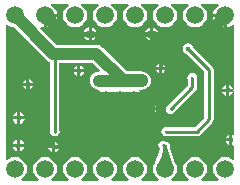
<source format=gbl>
%FSLAX44Y44*%
%MOMM*%
G71*
G01*
G75*
G04 Layer_Physical_Order=2*
G04 Layer_Color=16711680*
%ADD10C,0.2540*%
%ADD11C,1.0000*%
%ADD12R,1.4000X1.1000*%
%ADD13R,1.7000X1.1000*%
%ADD14R,0.5000X0.6000*%
%ADD15R,0.6000X0.5000*%
%ADD16O,1.1500X0.3000*%
%ADD17O,0.3000X1.1500*%
%ADD18R,3.1500X3.1500*%
%ADD19R,0.9000X1.0000*%
%ADD20R,0.9000X1.1000*%
%ADD21C,0.4000*%
%ADD22C,0.3000*%
%ADD23C,1.5000*%
%ADD24C,0.3000*%
%ADD25C,0.4000*%
%ADD26C,0.5000*%
%ADD27C,0.6000*%
%ADD28C,0.6600*%
%ADD29R,6.5500X4.6000*%
G36*
X182796Y150830D02*
X180987Y149442D01*
X179378Y147345D01*
X178366Y144903D01*
X178188Y143552D01*
X188150D01*
Y142284D01*
X189418D01*
Y132322D01*
X190769Y132500D01*
X193211Y133512D01*
X194894Y134803D01*
X196033Y134241D01*
Y79552D01*
X194769Y79427D01*
X194886Y78844D01*
X194769Y78260D01*
X196033Y78136D01*
Y41659D01*
X194913Y41060D01*
X194745Y41172D01*
X194244Y41272D01*
Y36893D01*
Y32519D01*
X194745Y32619D01*
X194913Y32731D01*
X196033Y32132D01*
Y20322D01*
X194894Y19760D01*
X193211Y21051D01*
X190769Y22063D01*
X188148Y22408D01*
X185527Y22063D01*
X183085Y21051D01*
X180987Y19442D01*
X179378Y17345D01*
X178366Y14902D01*
X178021Y12282D01*
X178366Y9661D01*
X179378Y7218D01*
X180987Y5121D01*
X182878Y3670D01*
X182470Y2467D01*
X168426D01*
X168017Y3670D01*
X169908Y5121D01*
X171518Y7218D01*
X172529Y9661D01*
X172875Y12282D01*
X172529Y14902D01*
X171518Y17345D01*
X169908Y19442D01*
X167811Y21051D01*
X165369Y22063D01*
X162748Y22408D01*
X160127Y22063D01*
X157684Y21051D01*
X155587Y19442D01*
X153978Y17345D01*
X152966Y14902D01*
X152621Y12282D01*
X152966Y9661D01*
X153978Y7218D01*
X155587Y5121D01*
X157478Y3670D01*
X157070Y2467D01*
X143026D01*
X142617Y3670D01*
X144508Y5121D01*
X146118Y7218D01*
X147129Y9661D01*
X147474Y12282D01*
X147309Y13542D01*
X147328Y13652D01*
X147245Y14025D01*
X147129Y14902D01*
X146118Y17345D01*
X145897Y17632D01*
X143954Y22042D01*
X141745Y29488D01*
X141977Y30652D01*
X141624Y32424D01*
X140621Y33925D01*
X139119Y34929D01*
X138427Y35066D01*
X138247Y35247D01*
X136987Y36089D01*
X135500Y36385D01*
X134013Y36089D01*
X132753Y35247D01*
X131911Y33987D01*
X131615Y32500D01*
X131911Y31013D01*
X132753Y29753D01*
X132934Y29573D01*
X132950Y29488D01*
X130741Y22042D01*
X128799Y17632D01*
X128578Y17345D01*
X127566Y14902D01*
X127451Y14025D01*
X127368Y13652D01*
X127387Y13542D01*
X127221Y12282D01*
X127566Y9661D01*
X128578Y7218D01*
X130187Y5121D01*
X132078Y3670D01*
X131670Y2467D01*
X117626D01*
X117217Y3670D01*
X119108Y5121D01*
X120718Y7218D01*
X121729Y9661D01*
X122074Y12282D01*
X121729Y14902D01*
X120718Y17345D01*
X119108Y19442D01*
X117011Y21051D01*
X114569Y22063D01*
X111948Y22408D01*
X109327Y22063D01*
X106884Y21051D01*
X104787Y19442D01*
X103178Y17345D01*
X102166Y14902D01*
X101821Y12282D01*
X102166Y9661D01*
X103178Y7218D01*
X104787Y5121D01*
X106678Y3670D01*
X106270Y2467D01*
X92226D01*
X91817Y3670D01*
X93708Y5121D01*
X95318Y7218D01*
X96329Y9661D01*
X96674Y12282D01*
X96329Y14902D01*
X95318Y17345D01*
X93708Y19442D01*
X91611Y21051D01*
X89169Y22063D01*
X86548Y22408D01*
X83927Y22063D01*
X81484Y21051D01*
X79387Y19442D01*
X77778Y17345D01*
X76766Y14902D01*
X76421Y12282D01*
X76766Y9661D01*
X77778Y7218D01*
X79387Y5121D01*
X81278Y3670D01*
X80870Y2467D01*
X66825D01*
X66417Y3670D01*
X68308Y5121D01*
X69918Y7218D01*
X70929Y9661D01*
X71274Y12282D01*
X70929Y14902D01*
X69918Y17345D01*
X68308Y19442D01*
X66211Y21051D01*
X63769Y22063D01*
X61148Y22408D01*
X58527Y22063D01*
X56084Y21051D01*
X53987Y19442D01*
X52378Y17345D01*
X51366Y14902D01*
X51021Y12282D01*
X51366Y9661D01*
X52378Y7218D01*
X53987Y5121D01*
X55878Y3670D01*
X55470Y2467D01*
X41425D01*
X41017Y3670D01*
X42908Y5121D01*
X44518Y7218D01*
X45529Y9661D01*
X45875Y12282D01*
X45529Y14902D01*
X44518Y17345D01*
X42908Y19442D01*
X40811Y21051D01*
X38369Y22063D01*
X35748Y22408D01*
X33127Y22063D01*
X30684Y21051D01*
X28587Y19442D01*
X26978Y17345D01*
X25966Y14902D01*
X25621Y12282D01*
X25966Y9661D01*
X26978Y7218D01*
X28587Y5121D01*
X30478Y3670D01*
X30070Y2467D01*
X16026D01*
X15617Y3670D01*
X17508Y5121D01*
X19118Y7218D01*
X20129Y9661D01*
X20475Y12282D01*
X20129Y14902D01*
X19118Y17345D01*
X17508Y19442D01*
X15411Y21051D01*
X12969Y22063D01*
X10348Y22408D01*
X7727Y22063D01*
X5285Y21051D01*
X3606Y19764D01*
X2467Y20325D01*
Y134238D01*
X3606Y134799D01*
X5285Y133512D01*
X7727Y132500D01*
X9624Y132250D01*
X37502Y104372D01*
X39077Y103164D01*
X39837Y102849D01*
X40133Y102726D01*
Y45090D01*
X39899Y43912D01*
X40212Y42335D01*
X41105Y40999D01*
X42442Y40106D01*
X44018Y39792D01*
X45594Y40106D01*
X46930Y40999D01*
X47823Y42335D01*
X48137Y43912D01*
X47902Y45090D01*
Y102145D01*
X76100D01*
X82305Y95940D01*
X81819Y94767D01*
X81268D01*
X79300Y94508D01*
X77465Y93748D01*
X75890Y92539D01*
X74682Y90964D01*
X73922Y89130D01*
X73663Y87162D01*
X73922Y85193D01*
X74682Y83359D01*
X75890Y81784D01*
X77465Y80575D01*
X79300Y79816D01*
X81268Y79556D01*
X81713D01*
X82312Y78436D01*
X81747Y77590D01*
X81293Y75312D01*
X81747Y73033D01*
X83037Y71101D01*
X84765Y69947D01*
Y68677D01*
X83037Y67522D01*
X81747Y65590D01*
X81293Y63312D01*
X81747Y61033D01*
X83037Y59101D01*
X84765Y57947D01*
Y56677D01*
X83037Y55522D01*
X81747Y53590D01*
X81293Y51312D01*
X81747Y49033D01*
X83037Y47101D01*
X84969Y45810D01*
X87248Y45357D01*
X89527Y45810D01*
X91458Y47101D01*
X92613Y48829D01*
X93883D01*
X95037Y47101D01*
X96969Y45810D01*
X99248Y45357D01*
X101526Y45810D01*
X103458Y47101D01*
X104613Y48829D01*
X105883D01*
X107037Y47101D01*
X108969Y45810D01*
X111248Y45357D01*
X113526Y45810D01*
X115458Y47101D01*
X116749Y49033D01*
X117202Y51312D01*
X116749Y53590D01*
X115458Y55522D01*
X113730Y56677D01*
Y57947D01*
X115458Y59101D01*
X116749Y61033D01*
X117202Y63312D01*
X116749Y65590D01*
X115458Y67522D01*
X113730Y68677D01*
Y69947D01*
X115458Y71101D01*
X116749Y73033D01*
X117202Y75312D01*
X116749Y77590D01*
X115458Y79522D01*
X115469Y79556D01*
X117662D01*
X119630Y79816D01*
X120167Y80038D01*
X121464Y80575D01*
X123039Y81784D01*
X123128Y81872D01*
X123134Y81881D01*
X123142Y81887D01*
X123736Y82666D01*
X124336Y83448D01*
X124340Y83457D01*
X124347Y83465D01*
X124721Y84375D01*
X125096Y85282D01*
X125097Y85292D01*
X125101Y85302D01*
X125227Y86278D01*
X125355Y87250D01*
X125354Y87260D01*
X125355Y87271D01*
X125224Y88245D01*
X125096Y89218D01*
X125092Y89228D01*
X125091Y89238D01*
X124713Y90142D01*
X124336Y91053D01*
X124330Y91061D01*
X124326Y91070D01*
X123726Y91848D01*
X123128Y92628D01*
X123119Y92634D01*
X123113Y92642D01*
X122335Y93236D01*
X121552Y93836D01*
X121543Y93840D01*
X121535Y93847D01*
X120628Y94219D01*
X119718Y94596D01*
X119708Y94597D01*
X119698Y94601D01*
X118721Y94727D01*
X117750Y94855D01*
X117740Y94854D01*
X117729Y94855D01*
X104935Y94820D01*
X84628Y115128D01*
X83053Y116336D01*
X81756Y116873D01*
X81218Y117096D01*
X79250Y117355D01*
X46030D01*
X31601Y131784D01*
X32306Y132840D01*
X33127Y132500D01*
X34478Y132322D01*
Y142284D01*
X35745D01*
Y143552D01*
X45707D01*
X45529Y144903D01*
X44518Y147345D01*
X42908Y149442D01*
X40811Y151052D01*
X41006Y152033D01*
X55388D01*
X55796Y150830D01*
X53987Y149442D01*
X52378Y147345D01*
X51366Y144903D01*
X51021Y142282D01*
X51366Y139661D01*
X52378Y137218D01*
X53987Y135121D01*
X56084Y133512D01*
X58527Y132500D01*
X61148Y132155D01*
X63769Y132500D01*
X66211Y133512D01*
X68308Y135121D01*
X69918Y137218D01*
X70929Y139661D01*
X71274Y142282D01*
X70929Y144903D01*
X69918Y147345D01*
X68308Y149442D01*
X66211Y151052D01*
X66406Y152033D01*
X80788D01*
X81196Y150830D01*
X79387Y149442D01*
X77778Y147345D01*
X76766Y144903D01*
X76421Y142282D01*
X76766Y139661D01*
X77778Y137218D01*
X79387Y135121D01*
X81484Y133512D01*
X83927Y132500D01*
X86548Y132155D01*
X89169Y132500D01*
X91611Y133512D01*
X93708Y135121D01*
X95318Y137218D01*
X96329Y139661D01*
X96674Y142282D01*
X96329Y144903D01*
X95318Y147345D01*
X93708Y149442D01*
X91611Y151052D01*
X91806Y152033D01*
X106188D01*
X106596Y150830D01*
X104787Y149442D01*
X103178Y147345D01*
X102166Y144903D01*
X101821Y142282D01*
X102166Y139661D01*
X103178Y137218D01*
X104787Y135121D01*
X106884Y133512D01*
X109327Y132500D01*
X111948Y132155D01*
X114569Y132500D01*
X117011Y133512D01*
X119108Y135121D01*
X120718Y137218D01*
X121729Y139661D01*
X122074Y142282D01*
X121729Y144903D01*
X120718Y147345D01*
X119108Y149442D01*
X117011Y151052D01*
X117206Y152033D01*
X131588D01*
X131996Y150830D01*
X130187Y149442D01*
X128578Y147345D01*
X127566Y144903D01*
X127221Y142282D01*
X127566Y139661D01*
X128578Y137218D01*
X130187Y135121D01*
X132284Y133512D01*
X134727Y132500D01*
X137348Y132155D01*
X139969Y132500D01*
X142411Y133512D01*
X144508Y135121D01*
X146118Y137218D01*
X147129Y139661D01*
X147474Y142282D01*
X147129Y144903D01*
X146118Y147345D01*
X144508Y149442D01*
X142411Y151052D01*
X142606Y152033D01*
X156988D01*
X157396Y150830D01*
X155587Y149442D01*
X153978Y147345D01*
X152966Y144903D01*
X152621Y142282D01*
X152966Y139661D01*
X153978Y137218D01*
X155587Y135121D01*
X157684Y133512D01*
X160127Y132500D01*
X162748Y132155D01*
X165369Y132500D01*
X167811Y133512D01*
X169908Y135121D01*
X171518Y137218D01*
X172529Y139661D01*
X172875Y142282D01*
X172529Y144903D01*
X171518Y147345D01*
X169908Y149442D01*
X167811Y151052D01*
X168006Y152033D01*
X182388D01*
X182796Y150830D01*
D02*
G37*
%LPC*%
G36*
X124730Y61980D02*
X122134D01*
X122194Y61674D01*
X123087Y60337D01*
X124424Y59444D01*
X124730Y59384D01*
Y61980D01*
D02*
G37*
G36*
X70230Y66980D02*
X67634D01*
X67694Y66674D01*
X68587Y65337D01*
X69924Y64444D01*
X70230Y64384D01*
Y66980D01*
D02*
G37*
G36*
X129867Y61980D02*
X127270D01*
Y59384D01*
X127576Y59444D01*
X128913Y60337D01*
X129806Y61674D01*
X129867Y61980D01*
D02*
G37*
G36*
X12230Y60386D02*
X11533Y60248D01*
X9866Y59134D01*
X8752Y57467D01*
X8614Y56770D01*
X12230D01*
Y60386D01*
D02*
G37*
G36*
X14770D02*
Y56770D01*
X18386D01*
X18248Y57467D01*
X17134Y59134D01*
X15467Y60248D01*
X14770Y60386D01*
D02*
G37*
G36*
X160462Y93593D02*
X158885Y93279D01*
X157549Y92386D01*
X156656Y91050D01*
X156343Y89474D01*
X156577Y88295D01*
Y83071D01*
X140087Y66580D01*
X139087Y65913D01*
X138194Y64576D01*
X137881Y63000D01*
X138194Y61424D01*
X139087Y60087D01*
X140424Y59194D01*
X142000Y58881D01*
X143576Y59194D01*
X144913Y60087D01*
X145580Y61087D01*
X163209Y78715D01*
X164051Y79975D01*
X164347Y81462D01*
X164347Y81462D01*
X164347Y81462D01*
Y81462D01*
Y88295D01*
X164581Y89474D01*
X164267Y91050D01*
X163375Y92386D01*
X162038Y93279D01*
X160462Y93593D01*
D02*
G37*
G36*
X70230Y72116D02*
X69924Y72056D01*
X68587Y71163D01*
X67694Y69826D01*
X67634Y69520D01*
X70230D01*
Y72116D01*
D02*
G37*
G36*
X72770D02*
Y69520D01*
X75367D01*
X75306Y69826D01*
X74413Y71163D01*
X73076Y72056D01*
X72770Y72116D01*
D02*
G37*
G36*
X188986Y77574D02*
X185880D01*
X185979Y77073D01*
X186983Y75571D01*
X188485Y74567D01*
X188986Y74468D01*
Y77574D01*
D02*
G37*
G36*
X75367Y66980D02*
X72770D01*
Y64384D01*
X73076Y64444D01*
X74413Y65337D01*
X75306Y66674D01*
X75367Y66980D01*
D02*
G37*
G36*
X124730Y67116D02*
X124424Y67056D01*
X123087Y66163D01*
X122194Y64826D01*
X122134Y64520D01*
X124730D01*
Y67116D01*
D02*
G37*
G36*
X127270D02*
Y64520D01*
X129867D01*
X129806Y64826D01*
X128913Y66163D01*
X127576Y67056D01*
X127270Y67116D01*
D02*
G37*
G36*
X18386Y54230D02*
X14770D01*
Y50614D01*
X15467Y50752D01*
X17134Y51866D01*
X18248Y53534D01*
X18386Y54230D01*
D02*
G37*
G36*
X18136Y30730D02*
X14520D01*
Y27114D01*
X15216Y27252D01*
X16884Y28366D01*
X17998Y30034D01*
X18136Y30730D01*
D02*
G37*
G36*
X41730Y35376D02*
X41229Y35277D01*
X39727Y34273D01*
X38723Y32771D01*
X38624Y32270D01*
X41730D01*
Y35376D01*
D02*
G37*
G36*
X44270D02*
Y32270D01*
X47376D01*
X47277Y32771D01*
X46273Y34273D01*
X44771Y35277D01*
X44270Y35376D01*
D02*
G37*
G36*
X41730Y29730D02*
X38624D01*
X38723Y29229D01*
X39727Y27727D01*
X41229Y26723D01*
X41730Y26624D01*
Y29730D01*
D02*
G37*
G36*
X47376D02*
X44270D01*
Y26624D01*
X44771Y26723D01*
X46273Y27727D01*
X47277Y29229D01*
X47376Y29730D01*
D02*
G37*
G36*
X11980Y30730D02*
X8364D01*
X8502Y30034D01*
X9616Y28366D01*
X11284Y27252D01*
X11980Y27114D01*
Y30730D01*
D02*
G37*
G36*
X191704Y41272D02*
X191202Y41172D01*
X189701Y40169D01*
X188697Y38667D01*
X188598Y38166D01*
X191704D01*
Y41272D01*
D02*
G37*
G36*
X157018Y118540D02*
X155246Y118188D01*
X153745Y117185D01*
X152741Y115683D01*
X152389Y113912D01*
X152741Y112140D01*
X153745Y110638D01*
X155246Y109635D01*
X155938Y109497D01*
X170615Y94820D01*
Y55859D01*
X162641Y47885D01*
X139608D01*
X138429Y48119D01*
X136853Y47806D01*
X135517Y46913D01*
X134624Y45576D01*
X134310Y44000D01*
X134624Y42424D01*
X135517Y41087D01*
X136853Y40194D01*
X138429Y39881D01*
X139608Y40115D01*
X164250D01*
X165737Y40411D01*
X166997Y41253D01*
X166997Y41253D01*
X166997Y41253D01*
X177247Y51503D01*
X178089Y52763D01*
X178385Y54250D01*
X178385Y54250D01*
X178385Y54250D01*
Y54250D01*
Y96429D01*
X178089Y97916D01*
X177247Y99176D01*
X161432Y114991D01*
X161294Y115683D01*
X160291Y117185D01*
X158789Y118188D01*
X157018Y118540D01*
D02*
G37*
G36*
X12230Y54230D02*
X8614D01*
X8752Y53534D01*
X9866Y51866D01*
X11533Y50752D01*
X12230Y50614D01*
Y54230D01*
D02*
G37*
G36*
X191704Y35626D02*
X188598D01*
X188697Y35124D01*
X189701Y33622D01*
X191202Y32619D01*
X191704Y32519D01*
Y35626D01*
D02*
G37*
G36*
X11980Y36886D02*
X11284Y36748D01*
X9616Y35634D01*
X8502Y33967D01*
X8364Y33270D01*
X11980D01*
Y36886D01*
D02*
G37*
G36*
X14520D02*
Y33270D01*
X18136D01*
X17998Y33967D01*
X16884Y35634D01*
X15216Y36748D01*
X14520Y36886D01*
D02*
G37*
G36*
X79244Y125422D02*
X75118D01*
Y121296D01*
X76009Y121473D01*
X77842Y122697D01*
X79066Y124530D01*
X79244Y125422D01*
D02*
G37*
G36*
X124648Y125422D02*
X120522D01*
X120699Y124530D01*
X121924Y122697D01*
X123756Y121473D01*
X124648Y121296D01*
Y125422D01*
D02*
G37*
G36*
X131314D02*
X127188D01*
Y121296D01*
X128079Y121473D01*
X129912Y122697D01*
X131136Y124530D01*
X131314Y125422D01*
D02*
G37*
G36*
X132498Y101528D02*
X132191Y101467D01*
X130855Y100574D01*
X129962Y99238D01*
X129901Y98932D01*
X132498D01*
Y101528D01*
D02*
G37*
G36*
X135038D02*
Y98932D01*
X137634D01*
X137573Y99238D01*
X136680Y100574D01*
X135344Y101467D01*
X135038Y101528D01*
D02*
G37*
G36*
X72578Y125422D02*
X68452D01*
X68629Y124530D01*
X69854Y122697D01*
X71686Y121473D01*
X72578Y121296D01*
Y125422D01*
D02*
G37*
G36*
X127188Y132087D02*
Y127962D01*
X131314D01*
X131136Y128853D01*
X129912Y130686D01*
X128079Y131910D01*
X127188Y132087D01*
D02*
G37*
G36*
X45707Y141012D02*
X37018D01*
Y132322D01*
X38369Y132500D01*
X40811Y133512D01*
X42908Y135121D01*
X44518Y137218D01*
X45529Y139661D01*
X45707Y141012D01*
D02*
G37*
G36*
X186878D02*
X178188D01*
X178366Y139661D01*
X179378Y137218D01*
X180987Y135121D01*
X183085Y133512D01*
X185527Y132500D01*
X186878Y132322D01*
Y141012D01*
D02*
G37*
G36*
X72578Y132087D02*
X71686Y131910D01*
X69854Y130686D01*
X68629Y128853D01*
X68452Y127962D01*
X72578D01*
Y132087D01*
D02*
G37*
G36*
X75118D02*
Y127962D01*
X79244D01*
X79066Y128853D01*
X77842Y130686D01*
X76009Y131910D01*
X75118Y132087D01*
D02*
G37*
G36*
X124648Y132087D02*
X123756Y131910D01*
X121924Y130686D01*
X120699Y128853D01*
X120522Y127962D01*
X124648D01*
Y132087D01*
D02*
G37*
G36*
X65520Y99876D02*
Y96770D01*
X68626D01*
X68527Y97271D01*
X67523Y98773D01*
X66021Y99777D01*
X65520Y99876D01*
D02*
G37*
G36*
X188986Y83220D02*
X188485Y83121D01*
X186983Y82117D01*
X185979Y80615D01*
X185880Y80114D01*
X188986D01*
Y83220D01*
D02*
G37*
G36*
X191526D02*
Y80114D01*
X194632D01*
X194533Y80615D01*
X193529Y82117D01*
X192027Y83121D01*
X191526Y83220D01*
D02*
G37*
G36*
X19748Y88288D02*
X19246Y88188D01*
X17745Y87185D01*
X16741Y85683D01*
X16641Y85182D01*
X19748D01*
Y88288D01*
D02*
G37*
G36*
X194632Y77574D02*
X191526D01*
Y74468D01*
X192027Y74567D01*
X193529Y75571D01*
X194533Y77073D01*
X194632Y77574D01*
D02*
G37*
G36*
X19748Y82642D02*
X16641D01*
X16741Y82140D01*
X17745Y80638D01*
X19246Y79635D01*
X19748Y79535D01*
Y82642D01*
D02*
G37*
G36*
X25394D02*
X22288D01*
Y79535D01*
X22789Y79635D01*
X24291Y80638D01*
X25294Y82140D01*
X25394Y82642D01*
D02*
G37*
G36*
X132498Y96392D02*
X129901D01*
X129962Y96085D01*
X130855Y94749D01*
X132191Y93856D01*
X132498Y93795D01*
Y96392D01*
D02*
G37*
G36*
X137634D02*
X135038D01*
Y93795D01*
X135344Y93856D01*
X136680Y94749D01*
X137573Y96085D01*
X137634Y96392D01*
D02*
G37*
G36*
X62980Y99876D02*
X62479Y99777D01*
X60977Y98773D01*
X59973Y97271D01*
X59874Y96770D01*
X62980D01*
Y99876D01*
D02*
G37*
G36*
X22288Y88288D02*
Y85182D01*
X25394D01*
X25294Y85683D01*
X24291Y87185D01*
X22789Y88188D01*
X22288Y88288D01*
D02*
G37*
G36*
X62980Y94230D02*
X59874D01*
X59973Y93729D01*
X60977Y92227D01*
X62479Y91223D01*
X62980Y91124D01*
Y94230D01*
D02*
G37*
G36*
X68626D02*
X65520D01*
Y91124D01*
X66021Y91223D01*
X67523Y92227D01*
X68527Y93729D01*
X68626Y94230D01*
D02*
G37*
%LPD*%
D10*
X174500Y54250D02*
Y96429D01*
X157018Y113912D02*
X174500Y96429D01*
X21018Y52982D02*
X43000Y31000D01*
X21018Y52982D02*
Y83912D01*
X137348Y12282D02*
Y30652D01*
X160462Y81462D02*
Y89474D01*
X142000Y63000D02*
X160462Y81462D01*
X133768Y97662D02*
Y118842D01*
X125918Y126692D02*
X133768Y118842D01*
X44018Y43912D02*
Y110000D01*
X137348Y12282D02*
X138618Y13552D01*
X35748Y142282D02*
X51338Y126692D01*
X73848D01*
X73848Y126692D02*
X125918D01*
X73848Y126692D02*
X73848Y126692D01*
X55518Y30662D02*
X72268Y47412D01*
X125918Y126692D02*
X172558D01*
X188148Y142282D01*
X43000Y30662D02*
X55518D01*
X138429Y44000D02*
X164250D01*
X174500Y54250D01*
X135500Y32500D02*
X137348Y30652D01*
X40841Y145869D02*
X48636Y129394D01*
X32160Y137188D02*
X48636Y129394D01*
X38608Y144613D02*
X48636Y129394D01*
X33416Y139422D02*
X48636Y129394D01*
X175260D02*
X191735Y137188D01*
X175260Y129394D02*
X183055Y145869D01*
X175260Y129394D02*
X190480Y139422D01*
X175260Y129394D02*
X185288Y144613D01*
X175260Y129394D02*
X188148Y142282D01*
X131251Y13565D02*
X137348Y27401D01*
X143444Y13565D01*
X133685Y12732D02*
X137348Y27401D01*
X141010Y12732D01*
X137348Y27401D02*
Y30652D01*
X134396Y20701D02*
X137348Y30652D01*
Y27401D02*
Y30652D01*
X135691Y20764D02*
X137348Y30652D01*
X139005Y20764D01*
X137348Y27401D02*
Y30652D01*
X140300Y20701D01*
X137348Y27401D02*
Y30652D01*
X127233Y127816D02*
X133768Y118842D01*
X124794Y125377D02*
X133768Y118842D01*
X126059Y128416D02*
X136538Y126692D01*
X126059Y124967D02*
X136538Y126692D01*
X115298D02*
X125777Y124967D01*
X115298Y126692D02*
X125777Y128416D01*
X63228Y126692D02*
X73707Y124967D01*
X63228Y126692D02*
X73707Y128416D01*
X73989D02*
X84468Y126692D01*
X73989Y124967D02*
X84468Y126692D01*
X73848Y126692D02*
X84468Y126692D01*
X43000Y31000D02*
X52640Y30662D01*
X35612Y38388D02*
X43000Y31000D01*
D11*
X79250Y109750D02*
X100500Y88500D01*
X42879Y109750D02*
X79250D01*
X10348Y142282D02*
X42879Y109750D01*
X81268Y87162D02*
X117662D01*
X117750Y87250D01*
X85249Y87162D02*
X117750Y87250D01*
D23*
X10348Y12282D02*
D03*
X35748D02*
D03*
X61148D02*
D03*
X86548D02*
D03*
X111948D02*
D03*
X137348D02*
D03*
X162748D02*
D03*
X188148D02*
D03*
Y142282D02*
D03*
X137348D02*
D03*
X111948D02*
D03*
X86548D02*
D03*
X61148D02*
D03*
X35748D02*
D03*
X10348D02*
D03*
X162748D02*
D03*
D24*
X126000Y63250D02*
D03*
X71500Y68250D02*
D03*
X142000Y63000D02*
D03*
X133768Y97662D02*
D03*
X160462Y89474D02*
D03*
X44018Y43912D02*
D03*
X138429Y44000D02*
D03*
D25*
X43000Y31000D02*
D03*
X64250Y95500D02*
D03*
X190256Y78844D02*
D03*
X192974Y36896D02*
D03*
X157018Y113912D02*
D03*
X21018Y83912D02*
D03*
X137348Y30652D02*
D03*
D26*
X117750Y87250D02*
D03*
X81268Y87162D02*
D03*
X13250Y32000D02*
D03*
X13500Y55500D02*
D03*
D27*
X73848Y126692D02*
D03*
X125918Y126692D02*
D03*
D28*
X87248Y75312D02*
D03*
X99248D02*
D03*
X111248D02*
D03*
X87248Y63312D02*
D03*
X99248D02*
D03*
X111248D02*
D03*
X87248Y51312D02*
D03*
X99248D02*
D03*
X111248D02*
D03*
D29*
X96768Y54662D02*
D03*
M02*

</source>
